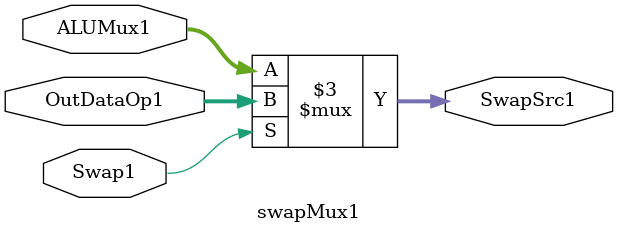
<source format=v>
module swapMux1(
	input [15:0] ALUMux1, OutDataOp1,
	input Swap1,
	output reg [15:0] SwapSrc1
);

always@(*) begin
	if (Swap1) begin
		SwapSrc1 = OutDataOp1;
	end
	else begin
		SwapSrc1 = ALUMux1;
	end
end

endmodule

</source>
